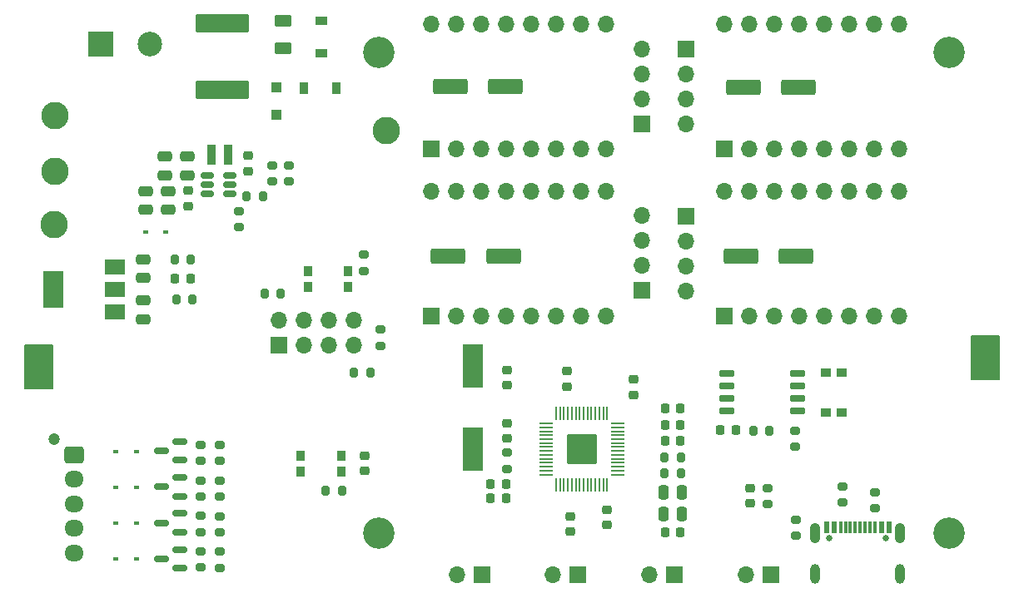
<source format=gbr>
%TF.GenerationSoftware,KiCad,Pcbnew,(6.0.4-0)*%
%TF.CreationDate,2022-05-20T14:50:06+02:00*%
%TF.ProjectId,Huge-Stepper-Driver,48756765-2d53-4746-9570-7065722d4472,rev?*%
%TF.SameCoordinates,Original*%
%TF.FileFunction,Soldermask,Top*%
%TF.FilePolarity,Negative*%
%FSLAX46Y46*%
G04 Gerber Fmt 4.6, Leading zero omitted, Abs format (unit mm)*
G04 Created by KiCad (PCBNEW (6.0.4-0)) date 2022-05-20 14:50:06*
%MOMM*%
%LPD*%
G01*
G04 APERTURE LIST*
G04 Aperture macros list*
%AMRoundRect*
0 Rectangle with rounded corners*
0 $1 Rounding radius*
0 $2 $3 $4 $5 $6 $7 $8 $9 X,Y pos of 4 corners*
0 Add a 4 corners polygon primitive as box body*
4,1,4,$2,$3,$4,$5,$6,$7,$8,$9,$2,$3,0*
0 Add four circle primitives for the rounded corners*
1,1,$1+$1,$2,$3*
1,1,$1+$1,$4,$5*
1,1,$1+$1,$6,$7*
1,1,$1+$1,$8,$9*
0 Add four rect primitives between the rounded corners*
20,1,$1+$1,$2,$3,$4,$5,0*
20,1,$1+$1,$4,$5,$6,$7,0*
20,1,$1+$1,$6,$7,$8,$9,0*
20,1,$1+$1,$8,$9,$2,$3,0*%
G04 Aperture macros list end*
%ADD10C,0.150000*%
%ADD11R,1.700000X1.700000*%
%ADD12O,1.700000X1.700000*%
%ADD13RoundRect,0.150000X0.587500X0.150000X-0.587500X0.150000X-0.587500X-0.150000X0.587500X-0.150000X0*%
%ADD14RoundRect,0.250000X0.475000X-0.250000X0.475000X0.250000X-0.475000X0.250000X-0.475000X-0.250000X0*%
%ADD15RoundRect,0.250000X-1.500000X-0.550000X1.500000X-0.550000X1.500000X0.550000X-1.500000X0.550000X0*%
%ADD16R,0.600000X0.450000*%
%ADD17R,2.500000X2.500000*%
%ADD18C,2.500000*%
%ADD19RoundRect,0.200000X-0.275000X0.200000X-0.275000X-0.200000X0.275000X-0.200000X0.275000X0.200000X0*%
%ADD20C,2.800000*%
%ADD21R,2.000000X4.500000*%
%ADD22RoundRect,0.250000X0.625000X-0.375000X0.625000X0.375000X-0.625000X0.375000X-0.625000X-0.375000X0*%
%ADD23RoundRect,0.225000X0.225000X0.250000X-0.225000X0.250000X-0.225000X-0.250000X0.225000X-0.250000X0*%
%ADD24RoundRect,0.200000X0.200000X0.275000X-0.200000X0.275000X-0.200000X-0.275000X0.200000X-0.275000X0*%
%ADD25RoundRect,0.200000X0.275000X-0.200000X0.275000X0.200000X-0.275000X0.200000X-0.275000X-0.200000X0*%
%ADD26RoundRect,0.150000X-0.512500X-0.150000X0.512500X-0.150000X0.512500X0.150000X-0.512500X0.150000X0*%
%ADD27R,0.900000X1.000000*%
%ADD28RoundRect,0.218750X0.256250X-0.218750X0.256250X0.218750X-0.256250X0.218750X-0.256250X-0.218750X0*%
%ADD29RoundRect,0.250000X-0.250000X-0.475000X0.250000X-0.475000X0.250000X0.475000X-0.250000X0.475000X0*%
%ADD30R,1.200000X0.900000*%
%ADD31C,3.200000*%
%ADD32RoundRect,0.250000X2.475000X-0.712500X2.475000X0.712500X-2.475000X0.712500X-2.475000X-0.712500X0*%
%ADD33RoundRect,0.225000X0.250000X-0.225000X0.250000X0.225000X-0.250000X0.225000X-0.250000X-0.225000X0*%
%ADD34RoundRect,0.225000X-0.225000X-0.250000X0.225000X-0.250000X0.225000X0.250000X-0.225000X0.250000X0*%
%ADD35RoundRect,0.050000X-0.050000X0.587500X-0.050000X-0.587500X0.050000X-0.587500X0.050000X0.587500X0*%
%ADD36RoundRect,0.050000X-0.587500X-0.050000X0.587500X-0.050000X0.587500X0.050000X-0.587500X0.050000X0*%
%ADD37RoundRect,0.050000X0.050000X-0.587500X0.050000X0.587500X-0.050000X0.587500X-0.050000X-0.587500X0*%
%ADD38RoundRect,0.050000X0.587500X0.050000X-0.587500X0.050000X-0.587500X-0.050000X0.587500X-0.050000X0*%
%ADD39RoundRect,0.155000X-1.395000X1.395000X-1.395000X-1.395000X1.395000X-1.395000X1.395000X1.395000X0*%
%ADD40RoundRect,0.200000X-0.200000X-0.275000X0.200000X-0.275000X0.200000X0.275000X-0.200000X0.275000X0*%
%ADD41RoundRect,0.250000X-0.475000X0.250000X-0.475000X-0.250000X0.475000X-0.250000X0.475000X0.250000X0*%
%ADD42R,1.000000X0.900000*%
%ADD43RoundRect,0.225000X-0.250000X0.225000X-0.250000X-0.225000X0.250000X-0.225000X0.250000X0.225000X0*%
%ADD44C,0.650000*%
%ADD45R,0.600000X1.150000*%
%ADD46R,0.300000X1.150000*%
%ADD47R,0.600000X0.900000*%
%ADD48O,1.050000X2.100000*%
%ADD49O,1.000000X2.000000*%
%ADD50RoundRect,0.225000X0.225000X0.825000X-0.225000X0.825000X-0.225000X-0.825000X0.225000X-0.825000X0*%
%ADD51RoundRect,0.150000X0.650000X0.150000X-0.650000X0.150000X-0.650000X-0.150000X0.650000X-0.150000X0*%
%ADD52R,1.100000X1.100000*%
%ADD53R,2.000000X1.500000*%
%ADD54R,2.000000X3.800000*%
%ADD55RoundRect,0.218750X0.218750X0.256250X-0.218750X0.256250X-0.218750X-0.256250X0.218750X-0.256250X0*%
%ADD56C,1.200000*%
%ADD57RoundRect,0.250000X-0.725000X0.600000X-0.725000X-0.600000X0.725000X-0.600000X0.725000X0.600000X0*%
%ADD58O,1.950000X1.700000*%
%ADD59R,0.900000X1.200000*%
G04 APERTURE END LIST*
D10*
X186280000Y-110870000D02*
X189050000Y-110870000D01*
X189050000Y-110870000D02*
X189050000Y-115290000D01*
X189050000Y-115290000D02*
X186280000Y-115290000D01*
X186280000Y-115290000D02*
X186280000Y-110870000D01*
G36*
X186280000Y-110870000D02*
G01*
X189050000Y-110870000D01*
X189050000Y-115290000D01*
X186280000Y-115290000D01*
X186280000Y-110870000D01*
G37*
X90030000Y-111790000D02*
X92800000Y-111790000D01*
X92800000Y-111790000D02*
X92800000Y-116210000D01*
X92800000Y-116210000D02*
X90030000Y-116210000D01*
X90030000Y-116210000D02*
X90030000Y-111790000D01*
G36*
X90030000Y-111790000D02*
G01*
X92800000Y-111790000D01*
X92800000Y-116210000D01*
X90030000Y-116210000D01*
X90030000Y-111790000D01*
G37*
D11*
%TO.C,U5*%
X131317500Y-91871800D03*
D12*
X133857500Y-91871800D03*
X136397500Y-91871800D03*
X138937500Y-91871800D03*
X141477500Y-91871800D03*
X144017500Y-91871800D03*
X146557500Y-91871800D03*
X149097500Y-91871800D03*
X149097500Y-79171800D03*
X146557500Y-79171800D03*
X144017500Y-79171800D03*
X141477500Y-79171800D03*
X138937500Y-79171800D03*
X136397500Y-79171800D03*
X133857500Y-79171800D03*
X131317500Y-79171800D03*
%TD*%
D13*
%TO.C,Q8*%
X105772900Y-134530000D03*
X105772900Y-132630000D03*
X103897900Y-133580000D03*
%TD*%
D14*
%TO.C,C2*%
X104571200Y-98040200D03*
X104571200Y-96140200D03*
%TD*%
D11*
%TO.C,J4*%
X136460000Y-135240000D03*
D12*
X133920000Y-135240000D03*
%TD*%
D15*
%TO.C,C25*%
X133267800Y-85521800D03*
X138867800Y-85521800D03*
%TD*%
D16*
%TO.C,D4*%
X102250000Y-100310000D03*
X104350000Y-100310000D03*
%TD*%
D17*
%TO.C,J1*%
X97750000Y-81150000D03*
D18*
X102750000Y-81150000D03*
%TD*%
D19*
%TO.C,R37*%
X109817600Y-132842400D03*
X109817600Y-134492400D03*
%TD*%
D14*
%TO.C,C1*%
X102271200Y-98040200D03*
X102271200Y-96140200D03*
%TD*%
D20*
%TO.C,TP4*%
X93000000Y-99560000D03*
%TD*%
D21*
%TO.C,Y1*%
X135580000Y-113910000D03*
X135580000Y-122410000D03*
%TD*%
D22*
%TO.C,F2*%
X116230400Y-81584800D03*
X116230400Y-78784800D03*
%TD*%
D23*
%TO.C,C12*%
X138935000Y-127440000D03*
X137385000Y-127440000D03*
%TD*%
D24*
%TO.C,R7*%
X106871800Y-103082000D03*
X105221800Y-103082000D03*
%TD*%
D19*
%TO.C,R13*%
X139020000Y-122795000D03*
X139020000Y-124445000D03*
%TD*%
D25*
%TO.C,R20*%
X165500000Y-128035000D03*
X165500000Y-126385000D03*
%TD*%
D26*
%TO.C,U1*%
X108593700Y-94543800D03*
X108593700Y-95493800D03*
X108593700Y-96443800D03*
X110868700Y-96443800D03*
X110868700Y-95493800D03*
X110868700Y-94543800D03*
%TD*%
D25*
%TO.C,R2*%
X173130000Y-127845000D03*
X173130000Y-126195000D03*
%TD*%
D27*
%TO.C,SW2*%
X118053000Y-124672600D03*
X122153000Y-124672600D03*
X122153000Y-123072600D03*
X118053000Y-123072600D03*
%TD*%
D28*
%TO.C,D6*%
X163770000Y-127957500D03*
X163770000Y-126382500D03*
%TD*%
D25*
%TO.C,R6*%
X111767400Y-99830200D03*
X111767400Y-98180200D03*
%TD*%
D29*
%TO.C,C10*%
X154921400Y-126825058D03*
X156821400Y-126825058D03*
%TD*%
D30*
%TO.C,D2*%
X120167400Y-78842600D03*
X120167400Y-82142600D03*
%TD*%
D31*
%TO.C,H2*%
X184000000Y-82000000D03*
%TD*%
D32*
%TO.C,F1*%
X110058200Y-85861300D03*
X110058200Y-79086300D03*
%TD*%
D16*
%TO.C,D9*%
X101338800Y-129947800D03*
X99238800Y-129947800D03*
%TD*%
D33*
%TO.C,C3*%
X106647400Y-97661600D03*
X106647400Y-96111600D03*
%TD*%
D34*
%TO.C,C14*%
X155106400Y-130909229D03*
X156656400Y-130909229D03*
%TD*%
%TO.C,C11*%
X155096400Y-118254200D03*
X156646400Y-118254200D03*
%TD*%
D35*
%TO.C,U3*%
X149230000Y-118765900D03*
X148830000Y-118765900D03*
X148430000Y-118765900D03*
X148030000Y-118765900D03*
X147630000Y-118765900D03*
X147230000Y-118765900D03*
X146830000Y-118765900D03*
X146430000Y-118765900D03*
X146030000Y-118765900D03*
X145630000Y-118765900D03*
X145230000Y-118765900D03*
X144830000Y-118765900D03*
X144430000Y-118765900D03*
X144030000Y-118765900D03*
D36*
X142992500Y-119803400D03*
X142992500Y-120203400D03*
X142992500Y-120603400D03*
X142992500Y-121003400D03*
X142992500Y-121403400D03*
X142992500Y-121803400D03*
X142992500Y-122203400D03*
X142992500Y-122603400D03*
X142992500Y-123003400D03*
X142992500Y-123403400D03*
X142992500Y-123803400D03*
X142992500Y-124203400D03*
X142992500Y-124603400D03*
X142992500Y-125003400D03*
D37*
X144030000Y-126040900D03*
X144430000Y-126040900D03*
X144830000Y-126040900D03*
X145230000Y-126040900D03*
X145630000Y-126040900D03*
X146030000Y-126040900D03*
X146430000Y-126040900D03*
X146830000Y-126040900D03*
X147230000Y-126040900D03*
X147630000Y-126040900D03*
X148030000Y-126040900D03*
X148430000Y-126040900D03*
X148830000Y-126040900D03*
X149230000Y-126040900D03*
D38*
X150267500Y-125003400D03*
X150267500Y-124603400D03*
X150267500Y-124203400D03*
X150267500Y-123803400D03*
X150267500Y-123403400D03*
X150267500Y-123003400D03*
X150267500Y-122603400D03*
X150267500Y-122203400D03*
X150267500Y-121803400D03*
X150267500Y-121403400D03*
X150267500Y-121003400D03*
X150267500Y-120603400D03*
X150267500Y-120203400D03*
X150267500Y-119803400D03*
D39*
X146630000Y-122403400D03*
%TD*%
D31*
%TO.C,H1*%
X126000000Y-82000000D03*
%TD*%
D11*
%TO.C,J6*%
X156069840Y-135240000D03*
D12*
X153529840Y-135240000D03*
%TD*%
D11*
%TO.C,J14*%
X157227500Y-98680000D03*
D12*
X157227500Y-101220000D03*
X157227500Y-103760000D03*
X157227500Y-106300000D03*
%TD*%
D19*
%TO.C,R35*%
X109817600Y-125629066D03*
X109817600Y-127279066D03*
%TD*%
D34*
%TO.C,C13*%
X155096400Y-121582545D03*
X156646400Y-121582545D03*
%TD*%
D29*
%TO.C,C9*%
X154921400Y-128989229D03*
X156821400Y-128989229D03*
%TD*%
D16*
%TO.C,D7*%
X101338800Y-122632600D03*
X99238800Y-122632600D03*
%TD*%
D40*
%TO.C,R10*%
X120590000Y-126680000D03*
X122240000Y-126680000D03*
%TD*%
D41*
%TO.C,C7*%
X102020400Y-107288200D03*
X102020400Y-109188200D03*
%TD*%
D16*
%TO.C,D8*%
X101338800Y-126290200D03*
X99238800Y-126290200D03*
%TD*%
%TO.C,D10*%
X101338800Y-133605400D03*
X99238800Y-133605400D03*
%TD*%
D13*
%TO.C,Q6*%
X105772900Y-127214800D03*
X105772900Y-125314800D03*
X103897900Y-126264800D03*
%TD*%
D25*
%TO.C,R1*%
X168440000Y-131235000D03*
X168440000Y-129585000D03*
%TD*%
D33*
%TO.C,C19*%
X145110000Y-116045000D03*
X145110000Y-114495000D03*
%TD*%
D19*
%TO.C,R4*%
X115120000Y-93515000D03*
X115120000Y-95165000D03*
%TD*%
D24*
%TO.C,R5*%
X114207400Y-96700200D03*
X112557400Y-96700200D03*
%TD*%
D42*
%TO.C,SW1*%
X171482600Y-114613800D03*
X171482600Y-118713800D03*
X173082600Y-114613800D03*
X173082600Y-118713800D03*
%TD*%
D43*
%TO.C,C18*%
X145470000Y-129255000D03*
X145470000Y-130805000D03*
%TD*%
D41*
%TO.C,C5*%
X104237400Y-92620200D03*
X104237400Y-94520200D03*
%TD*%
D33*
%TO.C,C21*%
X139040000Y-115930000D03*
X139040000Y-114380000D03*
%TD*%
D43*
%TO.C,C16*%
X149221400Y-128605000D03*
X149221400Y-130155000D03*
%TD*%
D44*
%TO.C,J2*%
X171820000Y-131440000D03*
X177600000Y-131440000D03*
D45*
X171510000Y-130365000D03*
X172310000Y-130365000D03*
D46*
X173460000Y-130365000D03*
X174460000Y-130365000D03*
X174960000Y-130365000D03*
X175960000Y-130365000D03*
D47*
X177110000Y-130490000D03*
X177910000Y-130490000D03*
D45*
X177910000Y-130365000D03*
X177110000Y-130365000D03*
D46*
X176460000Y-130365000D03*
X175460000Y-130365000D03*
X173960000Y-130365000D03*
X172960000Y-130365000D03*
D47*
X172310000Y-130365000D03*
X171510000Y-130490000D03*
D48*
X170390000Y-130940000D03*
D49*
X170390000Y-135120000D03*
X179030000Y-135120000D03*
D48*
X179030000Y-130940000D03*
%TD*%
D24*
%TO.C,R15*%
X125125000Y-114630000D03*
X123475000Y-114630000D03*
%TD*%
D33*
%TO.C,C20*%
X151910000Y-116895000D03*
X151910000Y-115345000D03*
%TD*%
D11*
%TO.C,J5*%
X146264920Y-135240000D03*
D12*
X143724920Y-135240000D03*
%TD*%
D50*
%TO.C,L1*%
X110657400Y-92440200D03*
X108957400Y-92440200D03*
%TD*%
D25*
%TO.C,R38*%
X107917600Y-123642400D03*
X107917600Y-121992400D03*
%TD*%
D27*
%TO.C,SW3*%
X118770000Y-105880000D03*
X122870000Y-105880000D03*
X122870000Y-104280000D03*
X118770000Y-104280000D03*
%TD*%
D33*
%TO.C,C34*%
X124548000Y-124647600D03*
X124548000Y-123097600D03*
%TD*%
D20*
%TO.C,TP1*%
X126760000Y-89980000D03*
%TD*%
D25*
%TO.C,R39*%
X107917600Y-127249066D03*
X107917600Y-125599066D03*
%TD*%
D31*
%TO.C,H3*%
X126000000Y-131000000D03*
%TD*%
D11*
%TO.C,J8*%
X157227500Y-81721800D03*
D12*
X157227500Y-84261800D03*
X157227500Y-86801800D03*
X157227500Y-89341800D03*
%TD*%
D11*
%TO.C,J9*%
X165874760Y-135240000D03*
D12*
X163334760Y-135240000D03*
%TD*%
D11*
%TO.C,U8*%
X161134200Y-108830000D03*
D12*
X163674200Y-108830000D03*
X166214200Y-108830000D03*
X168754200Y-108830000D03*
X171294200Y-108830000D03*
X173834200Y-108830000D03*
X176374200Y-108830000D03*
X178914200Y-108830000D03*
X178914200Y-96130000D03*
X176374200Y-96130000D03*
X173834200Y-96130000D03*
X171294200Y-96130000D03*
X168754200Y-96130000D03*
X166214200Y-96130000D03*
X163674200Y-96130000D03*
X161134200Y-96130000D03*
%TD*%
D23*
%TO.C,C24*%
X162285000Y-120490000D03*
X160735000Y-120490000D03*
%TD*%
D11*
%TO.C,U6*%
X161134200Y-91871800D03*
D12*
X163674200Y-91871800D03*
X166214200Y-91871800D03*
X168754200Y-91871800D03*
X171294200Y-91871800D03*
X173834200Y-91871800D03*
X176374200Y-91871800D03*
X178914200Y-91871800D03*
X178914200Y-79171800D03*
X176374200Y-79171800D03*
X173834200Y-79171800D03*
X171294200Y-79171800D03*
X168754200Y-79171800D03*
X166214200Y-79171800D03*
X163674200Y-79171800D03*
X161134200Y-79171800D03*
%TD*%
D11*
%TO.C,J13*%
X152790000Y-106280000D03*
D12*
X152790000Y-103740000D03*
X152790000Y-101200000D03*
X152790000Y-98660000D03*
%TD*%
D34*
%TO.C,C15*%
X155096400Y-119918374D03*
X156646400Y-119918374D03*
%TD*%
D51*
%TO.C,U4*%
X168602600Y-118508800D03*
X168602600Y-117238800D03*
X168602600Y-115968800D03*
X168602600Y-114698800D03*
X161402600Y-114698800D03*
X161402600Y-115968800D03*
X161402600Y-117238800D03*
X161402600Y-118508800D03*
%TD*%
D20*
%TO.C,TP2*%
X93050000Y-94120000D03*
%TD*%
D11*
%TO.C,J7*%
X152790000Y-89321800D03*
D12*
X152790000Y-86781800D03*
X152790000Y-84241800D03*
X152790000Y-81701800D03*
%TD*%
D52*
%TO.C,D3*%
X115620800Y-88395000D03*
X115620800Y-85595000D03*
%TD*%
D11*
%TO.C,J3*%
X115850000Y-111850000D03*
D12*
X115850000Y-109310000D03*
X118390000Y-111850000D03*
X118390000Y-109310000D03*
X120930000Y-111850000D03*
X120930000Y-109310000D03*
X123470000Y-111850000D03*
X123470000Y-109310000D03*
%TD*%
D20*
%TO.C,TP3*%
X93050000Y-88450000D03*
%TD*%
D25*
%TO.C,R14*%
X116830000Y-95155000D03*
X116830000Y-93505000D03*
%TD*%
D11*
%TO.C,U7*%
X131317500Y-108830000D03*
D12*
X133857500Y-108830000D03*
X136397500Y-108830000D03*
X138937500Y-108830000D03*
X141477500Y-108830000D03*
X144017500Y-108830000D03*
X146557500Y-108830000D03*
X149097500Y-108830000D03*
X149097500Y-96130000D03*
X146557500Y-96130000D03*
X144017500Y-96130000D03*
X141477500Y-96130000D03*
X138937500Y-96130000D03*
X136397500Y-96130000D03*
X133857500Y-96130000D03*
X131317500Y-96130000D03*
%TD*%
D40*
%TO.C,R9*%
X155046400Y-124910887D03*
X156696400Y-124910887D03*
%TD*%
D43*
%TO.C,C4*%
X112747400Y-92565200D03*
X112747400Y-94115200D03*
%TD*%
D19*
%TO.C,R34*%
X109817600Y-121982400D03*
X109817600Y-123632400D03*
%TD*%
%TO.C,R18*%
X124460000Y-102640000D03*
X124460000Y-104290000D03*
%TD*%
D41*
%TO.C,C6*%
X106487400Y-92620200D03*
X106487400Y-94520200D03*
%TD*%
D25*
%TO.C,R16*%
X126130000Y-111875000D03*
X126130000Y-110225000D03*
%TD*%
D15*
%TO.C,C26*%
X163110000Y-85550000D03*
X168710000Y-85550000D03*
%TD*%
D25*
%TO.C,R3*%
X176440000Y-128465000D03*
X176440000Y-126815000D03*
%TD*%
D15*
%TO.C,C28*%
X162840000Y-102760000D03*
X168440000Y-102760000D03*
%TD*%
D19*
%TO.C,R36*%
X109817600Y-129255732D03*
X109817600Y-130905732D03*
%TD*%
D23*
%TO.C,C17*%
X138935000Y-125966800D03*
X137385000Y-125966800D03*
%TD*%
D40*
%TO.C,R8*%
X155046400Y-123246716D03*
X156696400Y-123246716D03*
%TD*%
D53*
%TO.C,U2*%
X99189200Y-108439000D03*
D54*
X92889200Y-106139000D03*
D53*
X99189200Y-106139000D03*
X99189200Y-103839000D03*
%TD*%
D40*
%TO.C,R17*%
X114365000Y-106570000D03*
X116015000Y-106570000D03*
%TD*%
D24*
%TO.C,R19*%
X107040000Y-107200000D03*
X105390000Y-107200000D03*
%TD*%
D55*
%TO.C,D5*%
X106834300Y-105088600D03*
X105259300Y-105088600D03*
%TD*%
D25*
%TO.C,R41*%
X107917600Y-134462400D03*
X107917600Y-132812400D03*
%TD*%
D15*
%TO.C,C27*%
X133060000Y-102780000D03*
X138660000Y-102780000D03*
%TD*%
D31*
%TO.C,H4*%
X184000000Y-131000000D03*
%TD*%
D40*
%TO.C,R12*%
X164063200Y-120515400D03*
X165713200Y-120515400D03*
%TD*%
D56*
%TO.C,J21*%
X92972600Y-121392000D03*
D57*
X94972600Y-122992000D03*
D58*
X94972600Y-125492000D03*
X94972600Y-127992000D03*
X94972600Y-130492000D03*
X94972600Y-132992000D03*
%TD*%
D13*
%TO.C,Q7*%
X105772900Y-130872400D03*
X105772900Y-128972400D03*
X103897900Y-129922400D03*
%TD*%
%TO.C,Q5*%
X105772900Y-123557200D03*
X105772900Y-121657200D03*
X103897900Y-122607200D03*
%TD*%
D25*
%TO.C,R11*%
X168342600Y-122190800D03*
X168342600Y-120540800D03*
%TD*%
%TO.C,R40*%
X107917600Y-130855732D03*
X107917600Y-129205732D03*
%TD*%
D33*
%TO.C,C22*%
X139020000Y-121325000D03*
X139020000Y-119775000D03*
%TD*%
D14*
%TO.C,C8*%
X102020400Y-104971800D03*
X102020400Y-103071800D03*
%TD*%
D59*
%TO.C,D1*%
X118365000Y-85640000D03*
X121665000Y-85640000D03*
%TD*%
M02*

</source>
